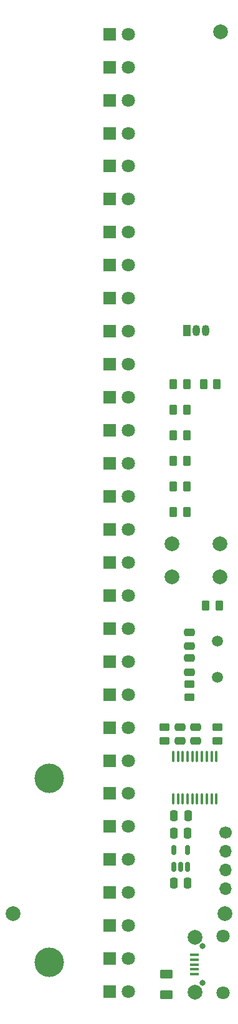
<source format=gbr>
%TF.GenerationSoftware,KiCad,Pcbnew,8.0.7*%
%TF.CreationDate,2025-01-01T13:33:22+01:00*%
%TF.ProjectId,termometer_kombo,7465726d-6f6d-4657-9465-725f6b6f6d62,rev?*%
%TF.SameCoordinates,Original*%
%TF.FileFunction,Soldermask,Top*%
%TF.FilePolarity,Negative*%
%FSLAX46Y46*%
G04 Gerber Fmt 4.6, Leading zero omitted, Abs format (unit mm)*
G04 Created by KiCad (PCBNEW 8.0.7) date 2025-01-01 13:33:22*
%MOMM*%
%LPD*%
G01*
G04 APERTURE LIST*
G04 Aperture macros list*
%AMRoundRect*
0 Rectangle with rounded corners*
0 $1 Rounding radius*
0 $2 $3 $4 $5 $6 $7 $8 $9 X,Y pos of 4 corners*
0 Add a 4 corners polygon primitive as box body*
4,1,4,$2,$3,$4,$5,$6,$7,$8,$9,$2,$3,0*
0 Add four circle primitives for the rounded corners*
1,1,$1+$1,$2,$3*
1,1,$1+$1,$4,$5*
1,1,$1+$1,$6,$7*
1,1,$1+$1,$8,$9*
0 Add four rect primitives between the rounded corners*
20,1,$1+$1,$2,$3,$4,$5,0*
20,1,$1+$1,$4,$5,$6,$7,0*
20,1,$1+$1,$6,$7,$8,$9,0*
20,1,$1+$1,$8,$9,$2,$3,0*%
G04 Aperture macros list end*
%ADD10RoundRect,0.250000X0.262500X0.450000X-0.262500X0.450000X-0.262500X-0.450000X0.262500X-0.450000X0*%
%ADD11R,1.800000X1.800000*%
%ADD12C,1.800000*%
%ADD13C,2.000000*%
%ADD14RoundRect,0.250000X0.250000X0.475000X-0.250000X0.475000X-0.250000X-0.475000X0.250000X-0.475000X0*%
%ADD15C,4.000000*%
%ADD16RoundRect,0.250000X0.625000X-0.375000X0.625000X0.375000X-0.625000X0.375000X-0.625000X-0.375000X0*%
%ADD17RoundRect,0.250000X0.475000X-0.250000X0.475000X0.250000X-0.475000X0.250000X-0.475000X-0.250000X0*%
%ADD18C,1.700000*%
%ADD19O,1.700000X1.700000*%
%ADD20RoundRect,0.250000X-0.450000X0.262500X-0.450000X-0.262500X0.450000X-0.262500X0.450000X0.262500X0*%
%ADD21RoundRect,0.100000X-0.100000X0.637500X-0.100000X-0.637500X0.100000X-0.637500X0.100000X0.637500X0*%
%ADD22RoundRect,0.150000X0.150000X-0.512500X0.150000X0.512500X-0.150000X0.512500X-0.150000X-0.512500X0*%
%ADD23C,1.500000*%
%ADD24RoundRect,0.250000X-0.262500X-0.450000X0.262500X-0.450000X0.262500X0.450000X-0.262500X0.450000X0*%
%ADD25R,1.050000X1.500000*%
%ADD26O,1.050000X1.500000*%
%ADD27C,0.800000*%
%ADD28R,1.300000X0.450000*%
G04 APERTURE END LIST*
D10*
%TO.C,R5*%
X110712500Y-90400000D03*
X108887500Y-90400000D03*
%TD*%
D11*
%TO.C,D26*%
X100230000Y-141068900D03*
D12*
X102770000Y-141068900D03*
%TD*%
D11*
%TO.C,D24*%
X100230000Y-132103400D03*
D12*
X102770000Y-132103400D03*
%TD*%
D11*
%TO.C,D1*%
X100230000Y-29000000D03*
D12*
X102770000Y-29000000D03*
%TD*%
D11*
%TO.C,D19*%
X100230000Y-109689600D03*
D12*
X102770000Y-109689600D03*
%TD*%
D10*
%TO.C,R1*%
X110712500Y-76500000D03*
X108887500Y-76500000D03*
%TD*%
D11*
%TO.C,D7*%
X100230000Y-55896500D03*
D12*
X102770000Y-55896500D03*
%TD*%
D11*
%TO.C,D27*%
X100230000Y-145551700D03*
D12*
X102770000Y-145551700D03*
%TD*%
D11*
%TO.C,D11*%
X100230000Y-73827600D03*
D12*
X102770000Y-73827600D03*
%TD*%
D11*
%TO.C,D2*%
X100230000Y-33482800D03*
D12*
X102770000Y-33482800D03*
%TD*%
D13*
%TO.C,FID1*%
X115900000Y-148400000D03*
%TD*%
D11*
%TO.C,D3*%
X100230000Y-37965500D03*
D12*
X102770000Y-37965500D03*
%TD*%
D14*
%TO.C,C7*%
X110875000Y-135137500D03*
X108975000Y-135137500D03*
%TD*%
D10*
%TO.C,R4*%
X110712500Y-86900000D03*
X108887500Y-86900000D03*
%TD*%
D14*
%TO.C,C3*%
X110850000Y-137500000D03*
X108950000Y-137500000D03*
%TD*%
D11*
%TO.C,D10*%
X100230000Y-69344800D03*
D12*
X102770000Y-69344800D03*
%TD*%
D11*
%TO.C,D30*%
X100230000Y-159000000D03*
D12*
X102770000Y-159000000D03*
%TD*%
D14*
%TO.C,C4*%
X110850000Y-144287500D03*
X108950000Y-144287500D03*
%TD*%
D11*
%TO.C,D20*%
X100230000Y-114172400D03*
D12*
X102770000Y-114172400D03*
%TD*%
D15*
%TO.C,REF2*%
X92000000Y-155000000D03*
%TD*%
D16*
%TO.C,F1*%
X107900000Y-159400000D03*
X107900000Y-156600000D03*
%TD*%
D11*
%TO.C,D14*%
X100230000Y-87275900D03*
D12*
X102770000Y-87275900D03*
%TD*%
D11*
%TO.C,D16*%
X100230000Y-96241400D03*
D12*
X102770000Y-96241400D03*
%TD*%
D11*
%TO.C,D15*%
X100230000Y-91758600D03*
D12*
X102770000Y-91758600D03*
%TD*%
D17*
%TO.C,C6*%
X111900000Y-124950000D03*
X111900000Y-123050000D03*
%TD*%
D11*
%TO.C,D9*%
X100230000Y-64862100D03*
D12*
X102770000Y-64862100D03*
%TD*%
D18*
%TO.C,J2*%
X116000000Y-137400000D03*
D19*
X116000000Y-139940000D03*
X116000000Y-142480000D03*
X116000000Y-145020000D03*
%TD*%
D10*
%TO.C,R2*%
X110712500Y-80000000D03*
X108887500Y-80000000D03*
%TD*%
D11*
%TO.C,D5*%
X100230000Y-46931000D03*
D12*
X102770000Y-46931000D03*
%TD*%
D11*
%TO.C,D4*%
X100230000Y-42448300D03*
D12*
X102770000Y-42448300D03*
%TD*%
D20*
%TO.C,R7*%
X111100000Y-117237500D03*
X111100000Y-119062500D03*
%TD*%
D21*
%TO.C,U1*%
X114725000Y-127087500D03*
X114075000Y-127087500D03*
X113425000Y-127087500D03*
X112775000Y-127087500D03*
X112125000Y-127087500D03*
X111475000Y-127087500D03*
X110825000Y-127087500D03*
X110175000Y-127087500D03*
X109525000Y-127087500D03*
X108875000Y-127087500D03*
X108875000Y-132812500D03*
X109525000Y-132812500D03*
X110175000Y-132812500D03*
X110825000Y-132812500D03*
X111475000Y-132812500D03*
X112125000Y-132812500D03*
X112775000Y-132812500D03*
X113425000Y-132812500D03*
X114075000Y-132812500D03*
X114725000Y-132812500D03*
%TD*%
D20*
%TO.C,R9*%
X107700000Y-123087500D03*
X107700000Y-124912500D03*
%TD*%
D10*
%TO.C,R10*%
X114812500Y-76500000D03*
X112987500Y-76500000D03*
%TD*%
D11*
%TO.C,D13*%
X100230000Y-82793100D03*
D12*
X102770000Y-82793100D03*
%TD*%
D22*
%TO.C,U2*%
X108950000Y-142062500D03*
X109900000Y-142062500D03*
X110850000Y-142062500D03*
X110850000Y-139787500D03*
X108950000Y-139787500D03*
%TD*%
D13*
%TO.C,FID1*%
X115300000Y-28700000D03*
%TD*%
D11*
%TO.C,D6*%
X100230000Y-51413800D03*
D12*
X102770000Y-51413800D03*
%TD*%
D11*
%TO.C,D23*%
X100230000Y-127620700D03*
D12*
X102770000Y-127620700D03*
%TD*%
D17*
%TO.C,C1*%
X111100000Y-115600000D03*
X111100000Y-113700000D03*
%TD*%
D23*
%TO.C,Y1*%
X114900000Y-111400000D03*
X114900000Y-116300000D03*
%TD*%
D24*
%TO.C,R8*%
X113287500Y-106600000D03*
X115112500Y-106600000D03*
%TD*%
D11*
%TO.C,D18*%
X100230000Y-105206900D03*
D12*
X102770000Y-105206900D03*
%TD*%
D11*
%TO.C,D29*%
X100230000Y-154517200D03*
D12*
X102770000Y-154517200D03*
%TD*%
D11*
%TO.C,D22*%
X100230000Y-123137900D03*
D12*
X102770000Y-123137900D03*
%TD*%
D13*
%TO.C,FID1*%
X87100000Y-148400000D03*
%TD*%
D11*
%TO.C,D21*%
X100230000Y-118655200D03*
D12*
X102770000Y-118655200D03*
%TD*%
D13*
%TO.C,SW1*%
X115200000Y-102700000D03*
X108700000Y-102700000D03*
X115200000Y-98200000D03*
X108700000Y-98200000D03*
%TD*%
D25*
%TO.C,U3*%
X110730000Y-69200000D03*
D26*
X112000000Y-69200000D03*
X113270000Y-69200000D03*
%TD*%
D11*
%TO.C,D28*%
X100230000Y-150034500D03*
D12*
X102770000Y-150034500D03*
%TD*%
D15*
%TO.C,REF2*%
X92000000Y-130000000D03*
%TD*%
D27*
%TO.C,J1*%
X112850000Y-157805000D03*
X112850000Y-152805000D03*
D28*
X111750000Y-156605000D03*
X111750000Y-155955000D03*
X111750000Y-155305000D03*
X111750000Y-154655000D03*
X111750000Y-154005000D03*
D12*
X115600000Y-159180000D03*
D13*
X111800000Y-159030000D03*
X111800000Y-151580000D03*
D12*
X115600000Y-151430000D03*
%TD*%
D11*
%TO.C,D8*%
X100230000Y-60379300D03*
D12*
X102770000Y-60379300D03*
%TD*%
D11*
%TO.C,D17*%
X100230000Y-100724100D03*
D12*
X102770000Y-100724100D03*
%TD*%
D11*
%TO.C,D12*%
X100230000Y-78310300D03*
D12*
X102770000Y-78310300D03*
%TD*%
D20*
%TO.C,R11*%
X114900000Y-123087500D03*
X114900000Y-124912500D03*
%TD*%
D10*
%TO.C,R6*%
X110712500Y-93900000D03*
X108887500Y-93900000D03*
%TD*%
D17*
%TO.C,C5*%
X109800000Y-124950000D03*
X109800000Y-123050000D03*
%TD*%
D10*
%TO.C,R3*%
X110712500Y-83500000D03*
X108887500Y-83500000D03*
%TD*%
D17*
%TO.C,C2*%
X111100000Y-112100000D03*
X111100000Y-110200000D03*
%TD*%
D11*
%TO.C,D25*%
X100230000Y-136586200D03*
D12*
X102770000Y-136586200D03*
%TD*%
M02*

</source>
